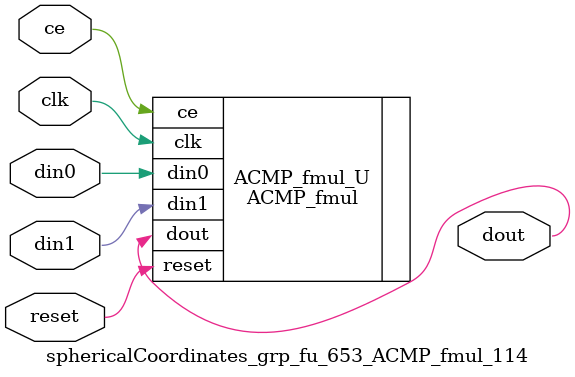
<source format=v>

`timescale 1 ns / 1 ps
module sphericalCoordinates_grp_fu_653_ACMP_fmul_114(
    clk,
    reset,
    ce,
    din0,
    din1,
    dout);

parameter ID = 32'd1;
parameter NUM_STAGE = 32'd1;
parameter din0_WIDTH = 32'd1;
parameter din1_WIDTH = 32'd1;
parameter dout_WIDTH = 32'd1;
input clk;
input reset;
input ce;
input[din0_WIDTH - 1:0] din0;
input[din1_WIDTH - 1:0] din1;
output[dout_WIDTH - 1:0] dout;



ACMP_fmul #(
.ID( ID ),
.NUM_STAGE( 4 ),
.din0_WIDTH( din0_WIDTH ),
.din1_WIDTH( din1_WIDTH ),
.dout_WIDTH( dout_WIDTH ))
ACMP_fmul_U(
    .clk( clk ),
    .reset( reset ),
    .ce( ce ),
    .din0( din0 ),
    .din1( din1 ),
    .dout( dout ));

endmodule

</source>
